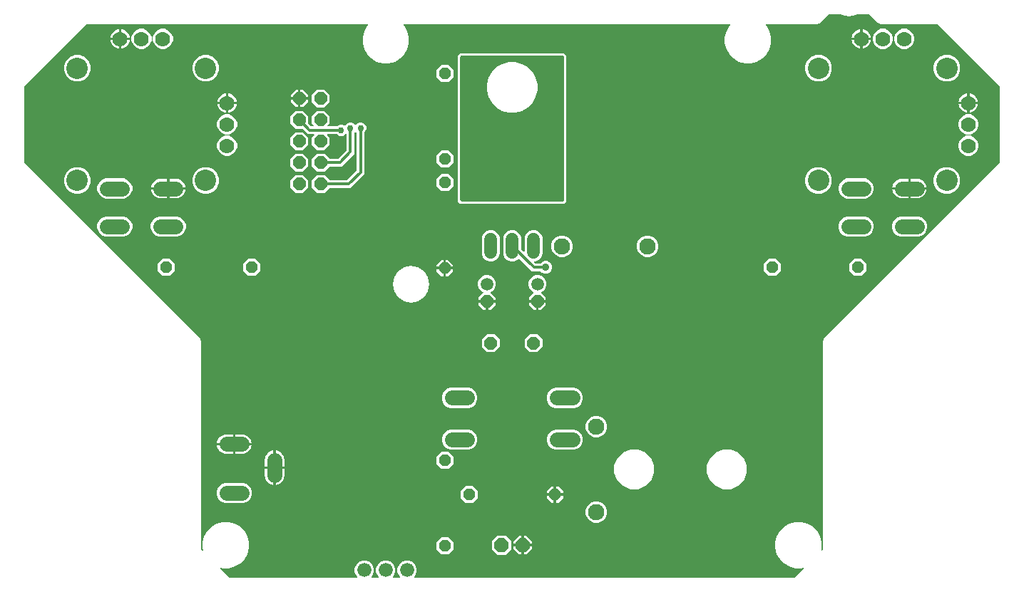
<source format=gbl>
G04 EAGLE Gerber RS-274X export*
G75*
%MOMM*%
%FSLAX34Y34*%
%LPD*%
%INBottom Copper*%
%IPPOS*%
%AMOC8*
5,1,8,0,0,1.08239X$1,22.5*%
G01*
%ADD10P,1.623585X8X22.500000*%
%ADD11C,1.524000*%
%ADD12P,1.632244X8X112.500000*%
%ADD13P,1.547818X8X202.500000*%
%ADD14P,1.547818X8X22.500000*%
%ADD15P,1.547818X8X112.500000*%
%ADD16C,1.676400*%
%ADD17P,1.814519X8X22.500000*%
%ADD18C,1.800000*%
%ADD19C,2.540000*%
%ADD20C,1.778000*%
%ADD21C,1.778000*%
%ADD22C,1.790700*%
%ADD23C,1.930400*%
%ADD24P,1.623585X8X292.500000*%
%ADD25C,1.500000*%
%ADD26C,0.762000*%
%ADD27C,0.304800*%
%ADD28C,0.914400*%

G36*
X405745Y-39066D02*
X405745Y-39066D01*
X405816Y-39064D01*
X405865Y-39046D01*
X405917Y-39038D01*
X405980Y-39004D01*
X406047Y-38979D01*
X406088Y-38947D01*
X406134Y-38922D01*
X406183Y-38870D01*
X406239Y-38826D01*
X406268Y-38782D01*
X406303Y-38744D01*
X406334Y-38679D01*
X406372Y-38619D01*
X406385Y-38568D01*
X406407Y-38521D01*
X406415Y-38450D01*
X406433Y-38380D01*
X406428Y-38328D01*
X406434Y-38277D01*
X406419Y-38206D01*
X406413Y-38135D01*
X406393Y-38087D01*
X406382Y-38036D01*
X406345Y-37975D01*
X406317Y-37909D01*
X406272Y-37853D01*
X406256Y-37825D01*
X406238Y-37810D01*
X406212Y-37778D01*
X404910Y-36475D01*
X403169Y-32274D01*
X403169Y-27726D01*
X404910Y-23525D01*
X408125Y-20310D01*
X412326Y-18569D01*
X416874Y-18569D01*
X421075Y-20310D01*
X424290Y-23525D01*
X426031Y-27726D01*
X426031Y-32274D01*
X424290Y-36475D01*
X422988Y-37778D01*
X422946Y-37836D01*
X422897Y-37888D01*
X422875Y-37935D01*
X422844Y-37977D01*
X422823Y-38046D01*
X422793Y-38111D01*
X422787Y-38163D01*
X422772Y-38213D01*
X422774Y-38284D01*
X422766Y-38355D01*
X422777Y-38406D01*
X422778Y-38458D01*
X422803Y-38526D01*
X422818Y-38596D01*
X422845Y-38641D01*
X422863Y-38689D01*
X422908Y-38745D01*
X422944Y-38807D01*
X422984Y-38841D01*
X423016Y-38881D01*
X423077Y-38920D01*
X423131Y-38967D01*
X423179Y-38986D01*
X423223Y-39014D01*
X423293Y-39032D01*
X423359Y-39059D01*
X423431Y-39067D01*
X423462Y-39075D01*
X423485Y-39073D01*
X423526Y-39077D01*
X431074Y-39077D01*
X431145Y-39066D01*
X431216Y-39064D01*
X431265Y-39046D01*
X431317Y-39038D01*
X431380Y-39004D01*
X431447Y-38979D01*
X431488Y-38947D01*
X431534Y-38922D01*
X431583Y-38870D01*
X431639Y-38826D01*
X431668Y-38782D01*
X431703Y-38744D01*
X431734Y-38679D01*
X431772Y-38619D01*
X431785Y-38568D01*
X431807Y-38521D01*
X431815Y-38450D01*
X431833Y-38380D01*
X431828Y-38328D01*
X431834Y-38277D01*
X431819Y-38206D01*
X431813Y-38135D01*
X431793Y-38087D01*
X431782Y-38036D01*
X431745Y-37975D01*
X431717Y-37909D01*
X431672Y-37853D01*
X431656Y-37825D01*
X431638Y-37810D01*
X431612Y-37778D01*
X430310Y-36475D01*
X428569Y-32274D01*
X428569Y-27726D01*
X430310Y-23525D01*
X433525Y-20310D01*
X437726Y-18569D01*
X442274Y-18569D01*
X446475Y-20310D01*
X449690Y-23525D01*
X451431Y-27726D01*
X451431Y-32274D01*
X449690Y-36475D01*
X448388Y-37778D01*
X448346Y-37836D01*
X448297Y-37888D01*
X448275Y-37935D01*
X448244Y-37977D01*
X448223Y-38046D01*
X448193Y-38111D01*
X448187Y-38163D01*
X448172Y-38213D01*
X448174Y-38284D01*
X448166Y-38355D01*
X448177Y-38406D01*
X448178Y-38458D01*
X448203Y-38526D01*
X448218Y-38596D01*
X448245Y-38641D01*
X448263Y-38689D01*
X448308Y-38745D01*
X448344Y-38807D01*
X448384Y-38841D01*
X448416Y-38881D01*
X448477Y-38920D01*
X448531Y-38967D01*
X448579Y-38986D01*
X448623Y-39014D01*
X448693Y-39032D01*
X448759Y-39059D01*
X448831Y-39067D01*
X448862Y-39075D01*
X448885Y-39073D01*
X448926Y-39077D01*
X456474Y-39077D01*
X456545Y-39066D01*
X456616Y-39064D01*
X456665Y-39046D01*
X456717Y-39038D01*
X456780Y-39004D01*
X456847Y-38979D01*
X456888Y-38947D01*
X456934Y-38922D01*
X456983Y-38870D01*
X457039Y-38826D01*
X457068Y-38782D01*
X457103Y-38744D01*
X457134Y-38679D01*
X457172Y-38619D01*
X457185Y-38568D01*
X457207Y-38521D01*
X457215Y-38450D01*
X457233Y-38380D01*
X457228Y-38328D01*
X457234Y-38277D01*
X457219Y-38206D01*
X457213Y-38135D01*
X457193Y-38087D01*
X457182Y-38036D01*
X457145Y-37975D01*
X457117Y-37909D01*
X457072Y-37853D01*
X457056Y-37825D01*
X457038Y-37810D01*
X457012Y-37778D01*
X455710Y-36475D01*
X453969Y-32274D01*
X453969Y-27726D01*
X455710Y-23525D01*
X458925Y-20310D01*
X463126Y-18569D01*
X467674Y-18569D01*
X471875Y-20310D01*
X475090Y-23525D01*
X476831Y-27726D01*
X476831Y-32274D01*
X475090Y-36475D01*
X473788Y-37778D01*
X473746Y-37836D01*
X473697Y-37888D01*
X473675Y-37935D01*
X473644Y-37977D01*
X473623Y-38046D01*
X473593Y-38111D01*
X473587Y-38163D01*
X473572Y-38213D01*
X473574Y-38284D01*
X473566Y-38355D01*
X473577Y-38406D01*
X473578Y-38458D01*
X473603Y-38526D01*
X473618Y-38596D01*
X473645Y-38641D01*
X473663Y-38689D01*
X473708Y-38745D01*
X473744Y-38807D01*
X473784Y-38841D01*
X473816Y-38881D01*
X473877Y-38920D01*
X473931Y-38967D01*
X473979Y-38986D01*
X474023Y-39014D01*
X474093Y-39032D01*
X474159Y-39059D01*
X474231Y-39067D01*
X474262Y-39075D01*
X474285Y-39073D01*
X474326Y-39077D01*
X925160Y-39077D01*
X925250Y-39063D01*
X925341Y-39055D01*
X925371Y-39043D01*
X925403Y-39038D01*
X925484Y-38995D01*
X925568Y-38959D01*
X925600Y-38933D01*
X925620Y-38922D01*
X925643Y-38899D01*
X925699Y-38854D01*
X936299Y-28254D01*
X936327Y-28215D01*
X936363Y-28182D01*
X936399Y-28115D01*
X936443Y-28054D01*
X936457Y-28008D01*
X936480Y-27966D01*
X936493Y-27891D01*
X936515Y-27819D01*
X936514Y-27771D01*
X936522Y-27724D01*
X936511Y-27649D01*
X936509Y-27573D01*
X936492Y-27528D01*
X936485Y-27480D01*
X936451Y-27413D01*
X936424Y-27342D01*
X936394Y-27304D01*
X936373Y-27262D01*
X936318Y-27209D01*
X936271Y-27150D01*
X936230Y-27124D01*
X936196Y-27090D01*
X936128Y-27058D01*
X936064Y-27017D01*
X936017Y-27005D01*
X935974Y-26984D01*
X935899Y-26975D01*
X935825Y-26957D01*
X935778Y-26960D01*
X935730Y-26955D01*
X935602Y-26974D01*
X935580Y-26976D01*
X935574Y-26978D01*
X935564Y-26980D01*
X933621Y-27501D01*
X926379Y-27501D01*
X919385Y-25627D01*
X913114Y-22006D01*
X907994Y-16886D01*
X904373Y-10615D01*
X902499Y-3621D01*
X902499Y3621D01*
X904373Y10615D01*
X907994Y16886D01*
X913114Y22006D01*
X919385Y25627D01*
X926379Y27501D01*
X933621Y27501D01*
X940615Y25627D01*
X946886Y22006D01*
X952006Y16886D01*
X955627Y10615D01*
X957501Y3621D01*
X957501Y-3621D01*
X956980Y-5564D01*
X956975Y-5612D01*
X956961Y-5658D01*
X956963Y-5733D01*
X956956Y-5809D01*
X956966Y-5856D01*
X956967Y-5904D01*
X956993Y-5975D01*
X957010Y-6049D01*
X957035Y-6090D01*
X957052Y-6135D01*
X957099Y-6194D01*
X957139Y-6258D01*
X957176Y-6289D01*
X957206Y-6327D01*
X957269Y-6368D01*
X957327Y-6416D01*
X957372Y-6434D01*
X957413Y-6460D01*
X957486Y-6478D01*
X957557Y-6506D01*
X957605Y-6508D01*
X957651Y-6520D01*
X957727Y-6514D01*
X957802Y-6517D01*
X957848Y-6504D01*
X957896Y-6501D01*
X957966Y-6471D01*
X958039Y-6450D01*
X958079Y-6423D01*
X958123Y-6404D01*
X958223Y-6324D01*
X958242Y-6311D01*
X958246Y-6306D01*
X958254Y-6299D01*
X958854Y-5699D01*
X958908Y-5624D01*
X958967Y-5555D01*
X958979Y-5525D01*
X958998Y-5499D01*
X959025Y-5412D01*
X959059Y-5327D01*
X959063Y-5286D01*
X959070Y-5264D01*
X959069Y-5232D01*
X959077Y-5160D01*
X959077Y242173D01*
X960740Y246187D01*
X1168854Y454301D01*
X1168907Y454375D01*
X1168967Y454445D01*
X1168979Y454475D01*
X1168998Y454501D01*
X1169025Y454588D01*
X1169059Y454673D01*
X1169063Y454714D01*
X1169070Y454736D01*
X1169069Y454768D01*
X1169077Y454840D01*
X1169077Y545160D01*
X1169063Y545250D01*
X1169055Y545341D01*
X1169043Y545371D01*
X1169038Y545403D01*
X1168995Y545484D01*
X1168959Y545568D01*
X1168933Y545600D01*
X1168922Y545620D01*
X1168899Y545643D01*
X1168854Y545699D01*
X1095699Y618854D01*
X1095625Y618907D01*
X1095555Y618967D01*
X1095525Y618979D01*
X1095499Y618998D01*
X1095412Y619025D01*
X1095327Y619059D01*
X1095286Y619063D01*
X1095264Y619070D01*
X1095232Y619069D01*
X1095160Y619077D01*
X1027827Y619077D01*
X1023813Y620740D01*
X1014015Y630538D01*
X1013941Y630591D01*
X1013871Y630651D01*
X1013841Y630663D01*
X1013815Y630682D01*
X1013728Y630709D01*
X1013643Y630743D01*
X1013602Y630747D01*
X1013580Y630754D01*
X1013548Y630753D01*
X1013476Y630761D01*
X1000113Y630761D01*
X1000097Y630759D01*
X1000080Y630761D01*
X999976Y630739D01*
X999871Y630722D01*
X999856Y630714D01*
X999839Y630710D01*
X999690Y630633D01*
X998384Y629760D01*
X990000Y628092D01*
X981616Y629760D01*
X980310Y630633D01*
X980294Y630640D01*
X980281Y630651D01*
X980182Y630691D01*
X980086Y630735D01*
X980069Y630737D01*
X980053Y630743D01*
X979887Y630761D01*
X966524Y630761D01*
X966434Y630747D01*
X966343Y630739D01*
X966313Y630727D01*
X966281Y630722D01*
X966200Y630679D01*
X966116Y630643D01*
X966084Y630617D01*
X966064Y630606D01*
X966041Y630583D01*
X965985Y630538D01*
X959367Y623920D01*
X956187Y620740D01*
X952173Y619077D01*
X891652Y619077D01*
X891582Y619066D01*
X891510Y619064D01*
X891461Y619046D01*
X891410Y619038D01*
X891346Y619004D01*
X891279Y618979D01*
X891238Y618947D01*
X891192Y618922D01*
X891143Y618870D01*
X891087Y618826D01*
X891059Y618782D01*
X891023Y618744D01*
X890993Y618679D01*
X890954Y618619D01*
X890941Y618568D01*
X890919Y618521D01*
X890911Y618450D01*
X890894Y618380D01*
X890898Y618328D01*
X890892Y618277D01*
X890907Y618206D01*
X890913Y618135D01*
X890933Y618087D01*
X890944Y618036D01*
X890981Y617975D01*
X891009Y617909D01*
X891054Y617853D01*
X891071Y617825D01*
X891088Y617810D01*
X891114Y617778D01*
X892006Y616886D01*
X895627Y610615D01*
X897501Y603621D01*
X897501Y596379D01*
X895627Y589385D01*
X892006Y583114D01*
X886886Y577994D01*
X880615Y574373D01*
X873621Y572499D01*
X866379Y572499D01*
X859385Y574373D01*
X853114Y577994D01*
X847994Y583114D01*
X844373Y589385D01*
X842499Y596379D01*
X842499Y603621D01*
X844373Y610615D01*
X847994Y616886D01*
X848886Y617778D01*
X848928Y617836D01*
X848977Y617888D01*
X848999Y617935D01*
X849029Y617977D01*
X849050Y618046D01*
X849081Y618111D01*
X849086Y618163D01*
X849102Y618213D01*
X849100Y618284D01*
X849108Y618355D01*
X849097Y618406D01*
X849095Y618458D01*
X849071Y618526D01*
X849056Y618596D01*
X849029Y618641D01*
X849011Y618689D01*
X848966Y618745D01*
X848929Y618807D01*
X848890Y618841D01*
X848857Y618881D01*
X848797Y618920D01*
X848742Y618967D01*
X848694Y618986D01*
X848650Y619014D01*
X848581Y619032D01*
X848514Y619059D01*
X848443Y619067D01*
X848412Y619075D01*
X848388Y619073D01*
X848348Y619077D01*
X461652Y619077D01*
X461582Y619066D01*
X461510Y619064D01*
X461461Y619046D01*
X461410Y619038D01*
X461346Y619004D01*
X461279Y618979D01*
X461238Y618947D01*
X461192Y618922D01*
X461143Y618870D01*
X461087Y618826D01*
X461059Y618782D01*
X461023Y618744D01*
X460993Y618679D01*
X460954Y618619D01*
X460941Y618568D01*
X460919Y618521D01*
X460911Y618450D01*
X460894Y618380D01*
X460898Y618328D01*
X460892Y618277D01*
X460907Y618206D01*
X460913Y618135D01*
X460933Y618087D01*
X460944Y618036D01*
X460981Y617975D01*
X461009Y617909D01*
X461054Y617853D01*
X461071Y617825D01*
X461088Y617810D01*
X461114Y617778D01*
X462006Y616886D01*
X465627Y610615D01*
X467501Y603621D01*
X467501Y596379D01*
X465627Y589385D01*
X462006Y583114D01*
X456886Y577994D01*
X450615Y574373D01*
X443621Y572499D01*
X436379Y572499D01*
X429385Y574373D01*
X423114Y577994D01*
X417994Y583114D01*
X414373Y589385D01*
X412499Y596379D01*
X412499Y603621D01*
X414373Y610615D01*
X417994Y616886D01*
X418886Y617778D01*
X418928Y617836D01*
X418977Y617888D01*
X418999Y617935D01*
X419029Y617977D01*
X419050Y618046D01*
X419081Y618111D01*
X419086Y618163D01*
X419102Y618213D01*
X419100Y618284D01*
X419108Y618355D01*
X419097Y618406D01*
X419095Y618458D01*
X419071Y618526D01*
X419056Y618596D01*
X419029Y618641D01*
X419011Y618689D01*
X418966Y618745D01*
X418929Y618807D01*
X418890Y618841D01*
X418857Y618881D01*
X418797Y618920D01*
X418742Y618967D01*
X418694Y618986D01*
X418650Y619014D01*
X418581Y619032D01*
X418514Y619059D01*
X418443Y619067D01*
X418412Y619075D01*
X418388Y619073D01*
X418348Y619077D01*
X84840Y619077D01*
X84750Y619063D01*
X84659Y619055D01*
X84629Y619043D01*
X84597Y619038D01*
X84516Y618995D01*
X84432Y618959D01*
X84400Y618933D01*
X84380Y618922D01*
X84357Y618899D01*
X84301Y618854D01*
X11146Y545699D01*
X11093Y545625D01*
X11033Y545555D01*
X11021Y545525D01*
X11002Y545499D01*
X10975Y545412D01*
X10941Y545327D01*
X10937Y545286D01*
X10930Y545264D01*
X10931Y545232D01*
X10923Y545160D01*
X10923Y454840D01*
X10937Y454750D01*
X10945Y454659D01*
X10957Y454629D01*
X10962Y454597D01*
X11005Y454516D01*
X11041Y454432D01*
X11067Y454400D01*
X11078Y454380D01*
X11101Y454357D01*
X11146Y454301D01*
X219260Y246187D01*
X220923Y242173D01*
X220923Y-5160D01*
X220937Y-5250D01*
X220945Y-5341D01*
X220957Y-5371D01*
X220962Y-5403D01*
X221005Y-5484D01*
X221041Y-5568D01*
X221067Y-5600D01*
X221078Y-5620D01*
X221101Y-5643D01*
X221146Y-5699D01*
X221746Y-6299D01*
X221785Y-6327D01*
X221818Y-6363D01*
X221885Y-6399D01*
X221946Y-6443D01*
X221992Y-6457D01*
X222034Y-6480D01*
X222109Y-6493D01*
X222181Y-6515D01*
X222229Y-6514D01*
X222276Y-6522D01*
X222351Y-6511D01*
X222427Y-6509D01*
X222472Y-6492D01*
X222520Y-6485D01*
X222587Y-6451D01*
X222658Y-6424D01*
X222696Y-6395D01*
X222738Y-6373D01*
X222791Y-6318D01*
X222850Y-6271D01*
X222876Y-6230D01*
X222910Y-6196D01*
X222942Y-6128D01*
X222983Y-6064D01*
X222995Y-6017D01*
X223016Y-5974D01*
X223025Y-5899D01*
X223043Y-5825D01*
X223040Y-5778D01*
X223045Y-5730D01*
X223026Y-5603D01*
X223024Y-5580D01*
X223022Y-5574D01*
X223020Y-5564D01*
X222499Y-3621D01*
X222499Y3621D01*
X224373Y10615D01*
X227994Y16886D01*
X233114Y22006D01*
X239385Y25627D01*
X246379Y27501D01*
X253621Y27501D01*
X260615Y25627D01*
X266886Y22006D01*
X272006Y16886D01*
X275627Y10615D01*
X277501Y3621D01*
X277501Y-3621D01*
X275627Y-10615D01*
X272006Y-16886D01*
X266886Y-22006D01*
X260615Y-25627D01*
X253621Y-27501D01*
X246379Y-27501D01*
X244436Y-26980D01*
X244388Y-26975D01*
X244342Y-26961D01*
X244267Y-26963D01*
X244191Y-26956D01*
X244144Y-26966D01*
X244096Y-26967D01*
X244025Y-26993D01*
X243951Y-27010D01*
X243910Y-27035D01*
X243865Y-27052D01*
X243806Y-27099D01*
X243742Y-27139D01*
X243711Y-27176D01*
X243673Y-27206D01*
X243632Y-27269D01*
X243584Y-27327D01*
X243566Y-27372D01*
X243540Y-27413D01*
X243522Y-27486D01*
X243494Y-27557D01*
X243492Y-27605D01*
X243480Y-27651D01*
X243486Y-27727D01*
X243483Y-27802D01*
X243496Y-27848D01*
X243499Y-27896D01*
X243529Y-27966D01*
X243550Y-28039D01*
X243577Y-28079D01*
X243596Y-28123D01*
X243676Y-28223D01*
X243689Y-28242D01*
X243694Y-28246D01*
X243701Y-28254D01*
X254301Y-38854D01*
X254375Y-38907D01*
X254445Y-38967D01*
X254475Y-38979D01*
X254501Y-38998D01*
X254588Y-39025D01*
X254673Y-39059D01*
X254714Y-39063D01*
X254736Y-39070D01*
X254768Y-39069D01*
X254840Y-39077D01*
X405674Y-39077D01*
X405745Y-39066D01*
G37*
%LPC*%
G36*
X528106Y405427D02*
X528106Y405427D01*
X525427Y408106D01*
X525427Y581894D01*
X528106Y584573D01*
X651894Y584573D01*
X654573Y581894D01*
X654573Y408106D01*
X651894Y405427D01*
X528106Y405427D01*
G37*
%LPD*%
G36*
X650026Y408480D02*
X650026Y408480D01*
X650052Y408478D01*
X650199Y408500D01*
X650346Y408517D01*
X650371Y408525D01*
X650397Y408529D01*
X650535Y408584D01*
X650674Y408634D01*
X650696Y408648D01*
X650721Y408658D01*
X650842Y408743D01*
X650967Y408823D01*
X650985Y408842D01*
X651007Y408857D01*
X651106Y408967D01*
X651209Y409074D01*
X651223Y409096D01*
X651240Y409116D01*
X651312Y409246D01*
X651388Y409373D01*
X651396Y409398D01*
X651409Y409421D01*
X651449Y409564D01*
X651494Y409705D01*
X651496Y409731D01*
X651504Y409756D01*
X651523Y410000D01*
X651523Y580000D01*
X651520Y580026D01*
X651522Y580052D01*
X651500Y580199D01*
X651483Y580346D01*
X651475Y580371D01*
X651471Y580397D01*
X651416Y580535D01*
X651366Y580674D01*
X651352Y580696D01*
X651342Y580721D01*
X651257Y580842D01*
X651177Y580967D01*
X651158Y580985D01*
X651143Y581007D01*
X651033Y581106D01*
X650926Y581209D01*
X650904Y581223D01*
X650884Y581240D01*
X650754Y581312D01*
X650627Y581388D01*
X650602Y581396D01*
X650579Y581409D01*
X650436Y581449D01*
X650295Y581494D01*
X650269Y581496D01*
X650244Y581504D01*
X650000Y581523D01*
X530000Y581523D01*
X529974Y581520D01*
X529948Y581522D01*
X529801Y581500D01*
X529654Y581483D01*
X529629Y581475D01*
X529603Y581471D01*
X529465Y581416D01*
X529326Y581366D01*
X529304Y581352D01*
X529279Y581342D01*
X529158Y581257D01*
X529033Y581177D01*
X529015Y581158D01*
X528993Y581143D01*
X528894Y581033D01*
X528791Y580926D01*
X528777Y580904D01*
X528760Y580884D01*
X528688Y580754D01*
X528612Y580627D01*
X528604Y580602D01*
X528591Y580579D01*
X528551Y580436D01*
X528506Y580295D01*
X528504Y580269D01*
X528496Y580244D01*
X528477Y580000D01*
X528477Y410000D01*
X528480Y409974D01*
X528478Y409948D01*
X528500Y409801D01*
X528517Y409654D01*
X528525Y409629D01*
X528529Y409603D01*
X528584Y409465D01*
X528634Y409326D01*
X528648Y409304D01*
X528658Y409279D01*
X528743Y409158D01*
X528823Y409033D01*
X528842Y409015D01*
X528857Y408993D01*
X528967Y408894D01*
X529074Y408791D01*
X529096Y408777D01*
X529116Y408760D01*
X529246Y408688D01*
X529373Y408612D01*
X529398Y408604D01*
X529421Y408591D01*
X529564Y408551D01*
X529705Y408506D01*
X529731Y408504D01*
X529756Y408496D01*
X530000Y408477D01*
X650000Y408477D01*
X650026Y408480D01*
G37*
%LPC*%
G36*
X358314Y418611D02*
X358314Y418611D01*
X352111Y424814D01*
X352111Y433586D01*
X358314Y439789D01*
X367086Y439789D01*
X372879Y433996D01*
X372953Y433943D01*
X373022Y433883D01*
X373053Y433871D01*
X373079Y433852D01*
X373166Y433825D01*
X373251Y433791D01*
X373292Y433787D01*
X373314Y433780D01*
X373346Y433781D01*
X373417Y433773D01*
X393991Y433773D01*
X394081Y433787D01*
X394172Y433795D01*
X394201Y433807D01*
X394233Y433812D01*
X394314Y433855D01*
X394398Y433891D01*
X394430Y433917D01*
X394451Y433928D01*
X394473Y433951D01*
X394529Y433996D01*
X405204Y444671D01*
X405257Y444745D01*
X405317Y444815D01*
X405329Y444845D01*
X405348Y444871D01*
X405375Y444958D01*
X405409Y445043D01*
X405413Y445084D01*
X405420Y445106D01*
X405419Y445138D01*
X405427Y445209D01*
X405427Y490132D01*
X405413Y490222D01*
X405405Y490313D01*
X405393Y490342D01*
X405388Y490374D01*
X405345Y490455D01*
X405309Y490539D01*
X405283Y490571D01*
X405272Y490592D01*
X405249Y490614D01*
X405204Y490670D01*
X404538Y491336D01*
X404522Y491348D01*
X404510Y491363D01*
X404422Y491419D01*
X404339Y491480D01*
X404320Y491485D01*
X404303Y491496D01*
X404202Y491521D01*
X404103Y491552D01*
X404084Y491551D01*
X404064Y491556D01*
X403961Y491548D01*
X403858Y491546D01*
X403839Y491539D01*
X403819Y491537D01*
X403724Y491497D01*
X403627Y491461D01*
X403611Y491449D01*
X403593Y491441D01*
X403462Y491336D01*
X402796Y490670D01*
X402742Y490596D01*
X402683Y490527D01*
X402671Y490496D01*
X402652Y490470D01*
X402625Y490383D01*
X402591Y490298D01*
X402587Y490257D01*
X402580Y490235D01*
X402581Y490203D01*
X402573Y490132D01*
X402573Y465106D01*
X387494Y450027D01*
X373417Y450027D01*
X373327Y450013D01*
X373236Y450005D01*
X373207Y449993D01*
X373175Y449988D01*
X373094Y449945D01*
X373010Y449909D01*
X372978Y449883D01*
X372957Y449872D01*
X372935Y449849D01*
X372879Y449804D01*
X367086Y444011D01*
X358314Y444011D01*
X352111Y450214D01*
X352111Y458986D01*
X358314Y465189D01*
X367086Y465189D01*
X372879Y459396D01*
X372953Y459343D01*
X373022Y459283D01*
X373053Y459271D01*
X373079Y459252D01*
X373166Y459225D01*
X373251Y459191D01*
X373292Y459187D01*
X373314Y459180D01*
X373346Y459181D01*
X373417Y459173D01*
X383391Y459173D01*
X383481Y459187D01*
X383572Y459195D01*
X383601Y459207D01*
X383633Y459212D01*
X383714Y459255D01*
X383798Y459291D01*
X383830Y459317D01*
X383851Y459328D01*
X383873Y459351D01*
X383929Y459396D01*
X393204Y468671D01*
X393257Y468745D01*
X393317Y468815D01*
X393329Y468845D01*
X393348Y468871D01*
X393375Y468958D01*
X393409Y469043D01*
X393413Y469084D01*
X393420Y469106D01*
X393419Y469138D01*
X393427Y469209D01*
X393427Y487890D01*
X393416Y487960D01*
X393414Y488032D01*
X393396Y488081D01*
X393388Y488132D01*
X393354Y488196D01*
X393329Y488263D01*
X393297Y488304D01*
X393272Y488350D01*
X393220Y488399D01*
X393176Y488455D01*
X393132Y488483D01*
X393094Y488519D01*
X393029Y488549D01*
X392969Y488588D01*
X392918Y488601D01*
X392871Y488623D01*
X392800Y488631D01*
X392730Y488648D01*
X392678Y488644D01*
X392627Y488650D01*
X392556Y488635D01*
X392485Y488629D01*
X392437Y488609D01*
X392386Y488598D01*
X392325Y488561D01*
X392259Y488533D01*
X392203Y488488D01*
X392175Y488472D01*
X392160Y488454D01*
X392128Y488428D01*
X390860Y487160D01*
X388339Y486116D01*
X385611Y486116D01*
X383090Y487160D01*
X382071Y488179D01*
X381997Y488232D01*
X381928Y488292D01*
X381897Y488304D01*
X381871Y488323D01*
X381784Y488350D01*
X381699Y488384D01*
X381658Y488388D01*
X381636Y488395D01*
X381604Y488394D01*
X381533Y488402D01*
X371110Y488402D01*
X371040Y488391D01*
X370968Y488389D01*
X370919Y488371D01*
X370867Y488363D01*
X370804Y488329D01*
X370737Y488304D01*
X370696Y488272D01*
X370650Y488247D01*
X370601Y488195D01*
X370545Y488151D01*
X370517Y488107D01*
X370481Y488069D01*
X370451Y488004D01*
X370412Y487944D01*
X370399Y487893D01*
X370377Y487846D01*
X370369Y487775D01*
X370352Y487705D01*
X370356Y487653D01*
X370350Y487602D01*
X370365Y487531D01*
X370371Y487460D01*
X370391Y487412D01*
X370402Y487361D01*
X370439Y487300D01*
X370467Y487234D01*
X370512Y487178D01*
X370528Y487150D01*
X370546Y487135D01*
X370572Y487103D01*
X373289Y484386D01*
X373289Y475614D01*
X367086Y469411D01*
X358314Y469411D01*
X352111Y475614D01*
X352111Y484386D01*
X354828Y487103D01*
X354870Y487161D01*
X354919Y487213D01*
X354941Y487260D01*
X354972Y487302D01*
X354993Y487371D01*
X355023Y487436D01*
X355029Y487488D01*
X355044Y487538D01*
X355042Y487609D01*
X355050Y487680D01*
X355039Y487731D01*
X355038Y487783D01*
X355013Y487851D01*
X354998Y487921D01*
X354971Y487966D01*
X354953Y488014D01*
X354908Y488070D01*
X354872Y488132D01*
X354832Y488166D01*
X354799Y488206D01*
X354739Y488245D01*
X354685Y488292D01*
X354636Y488311D01*
X354593Y488339D01*
X354523Y488357D01*
X354456Y488384D01*
X354385Y488392D01*
X354354Y488400D01*
X354331Y488398D01*
X354290Y488402D01*
X347831Y488402D01*
X341645Y494588D01*
X341571Y494641D01*
X341501Y494701D01*
X341471Y494713D01*
X341445Y494732D01*
X341358Y494759D01*
X341273Y494793D01*
X341232Y494797D01*
X341210Y494804D01*
X341178Y494803D01*
X341107Y494811D01*
X332914Y494811D01*
X326711Y501014D01*
X326711Y509786D01*
X332914Y515989D01*
X341686Y515989D01*
X347889Y509786D01*
X347889Y501593D01*
X347903Y501503D01*
X347911Y501412D01*
X347923Y501383D01*
X347928Y501351D01*
X347971Y501270D01*
X348007Y501186D01*
X348033Y501154D01*
X348044Y501133D01*
X348067Y501111D01*
X348112Y501055D01*
X351396Y497771D01*
X351470Y497718D01*
X351540Y497658D01*
X351570Y497646D01*
X351596Y497627D01*
X351683Y497600D01*
X351768Y497566D01*
X351809Y497562D01*
X351831Y497555D01*
X351863Y497556D01*
X351934Y497548D01*
X353740Y497548D01*
X353810Y497559D01*
X353882Y497561D01*
X353931Y497579D01*
X353983Y497587D01*
X354046Y497621D01*
X354113Y497646D01*
X354154Y497678D01*
X354200Y497703D01*
X354249Y497755D01*
X354305Y497799D01*
X354333Y497843D01*
X354369Y497881D01*
X354399Y497946D01*
X354438Y498006D01*
X354451Y498057D01*
X354473Y498104D01*
X354481Y498175D01*
X354498Y498245D01*
X354494Y498297D01*
X354500Y498348D01*
X354485Y498419D01*
X354479Y498490D01*
X354459Y498538D01*
X354448Y498589D01*
X354411Y498650D01*
X354383Y498716D01*
X354338Y498772D01*
X354322Y498800D01*
X354304Y498815D01*
X354278Y498847D01*
X352111Y501014D01*
X352111Y509786D01*
X358314Y515989D01*
X367086Y515989D01*
X373289Y509786D01*
X373289Y501014D01*
X371122Y498847D01*
X371080Y498789D01*
X371031Y498737D01*
X371009Y498690D01*
X370978Y498648D01*
X370957Y498579D01*
X370927Y498514D01*
X370921Y498462D01*
X370906Y498412D01*
X370908Y498341D01*
X370900Y498270D01*
X370911Y498219D01*
X370912Y498167D01*
X370937Y498099D01*
X370952Y498029D01*
X370979Y497984D01*
X370997Y497936D01*
X371042Y497880D01*
X371078Y497818D01*
X371118Y497784D01*
X371151Y497744D01*
X371211Y497705D01*
X371265Y497658D01*
X371314Y497639D01*
X371357Y497611D01*
X371427Y497593D01*
X371494Y497566D01*
X371565Y497558D01*
X371596Y497550D01*
X371619Y497552D01*
X371660Y497548D01*
X381533Y497548D01*
X381623Y497562D01*
X381714Y497570D01*
X381743Y497582D01*
X381775Y497587D01*
X381856Y497630D01*
X381940Y497666D01*
X381972Y497692D01*
X381993Y497703D01*
X382015Y497726D01*
X382071Y497771D01*
X383090Y498790D01*
X385611Y499834D01*
X388339Y499834D01*
X390905Y498771D01*
X390932Y498756D01*
X390995Y498711D01*
X391039Y498697D01*
X391079Y498675D01*
X391156Y498661D01*
X391230Y498638D01*
X391276Y498639D01*
X391321Y498631D01*
X391399Y498643D01*
X391476Y498645D01*
X391519Y498660D01*
X391565Y498667D01*
X391634Y498702D01*
X391707Y498729D01*
X391743Y498758D01*
X391784Y498779D01*
X391839Y498834D01*
X391899Y498883D01*
X391924Y498921D01*
X391956Y498954D01*
X392022Y499074D01*
X392032Y499090D01*
X392034Y499095D01*
X392037Y499101D01*
X392185Y499459D01*
X394115Y501389D01*
X396636Y502433D01*
X399364Y502433D01*
X401885Y501389D01*
X403462Y499812D01*
X403478Y499800D01*
X403490Y499785D01*
X403578Y499729D01*
X403661Y499668D01*
X403680Y499663D01*
X403697Y499652D01*
X403798Y499627D01*
X403897Y499596D01*
X403916Y499597D01*
X403936Y499592D01*
X404039Y499600D01*
X404142Y499602D01*
X404161Y499609D01*
X404181Y499611D01*
X404276Y499651D01*
X404373Y499687D01*
X404389Y499699D01*
X404407Y499707D01*
X404538Y499812D01*
X406115Y501389D01*
X408636Y502433D01*
X411364Y502433D01*
X413885Y501389D01*
X415815Y499459D01*
X416859Y496938D01*
X416859Y494210D01*
X415815Y491689D01*
X414796Y490670D01*
X414743Y490596D01*
X414683Y490527D01*
X414671Y490496D01*
X414652Y490470D01*
X414625Y490383D01*
X414591Y490298D01*
X414587Y490257D01*
X414580Y490235D01*
X414581Y490203D01*
X414573Y490132D01*
X414573Y441106D01*
X398094Y424627D01*
X373417Y424627D01*
X373327Y424613D01*
X373236Y424605D01*
X373207Y424593D01*
X373175Y424588D01*
X373094Y424545D01*
X373010Y424509D01*
X372978Y424483D01*
X372957Y424472D01*
X372935Y424449D01*
X372879Y424404D01*
X367086Y418611D01*
X358314Y418611D01*
G37*
%LPD*%
%LPC*%
G36*
X586050Y513999D02*
X586050Y513999D01*
X578420Y516044D01*
X571579Y519993D01*
X565993Y525579D01*
X562044Y532420D01*
X559999Y540050D01*
X559999Y547950D01*
X562044Y555580D01*
X565993Y562421D01*
X571579Y568007D01*
X578420Y571956D01*
X586050Y574001D01*
X593950Y574001D01*
X601580Y571956D01*
X608421Y568007D01*
X614007Y562421D01*
X617956Y555580D01*
X620001Y547950D01*
X620001Y540050D01*
X617956Y532420D01*
X614007Y525579D01*
X608421Y519993D01*
X601580Y516044D01*
X593950Y513999D01*
X586050Y513999D01*
G37*
%LPD*%
%LPC*%
G36*
X628484Y322379D02*
X628484Y322379D01*
X625683Y323539D01*
X624018Y325204D01*
X623944Y325257D01*
X623875Y325317D01*
X623845Y325329D01*
X623819Y325348D01*
X623732Y325375D01*
X623647Y325409D01*
X623606Y325413D01*
X623584Y325420D01*
X623551Y325419D01*
X623480Y325427D01*
X613806Y325427D01*
X598659Y340574D01*
X598643Y340586D01*
X598630Y340602D01*
X598562Y340645D01*
X598526Y340676D01*
X598506Y340684D01*
X598459Y340718D01*
X598440Y340724D01*
X598423Y340735D01*
X598323Y340760D01*
X598304Y340766D01*
X598298Y340768D01*
X598295Y340768D01*
X598224Y340790D01*
X598204Y340790D01*
X598185Y340795D01*
X598082Y340787D01*
X597978Y340784D01*
X597959Y340777D01*
X597940Y340775D01*
X597875Y340748D01*
X597867Y340747D01*
X597846Y340736D01*
X597845Y340735D01*
X597747Y340699D01*
X597731Y340687D01*
X597713Y340679D01*
X597662Y340638D01*
X597650Y340632D01*
X597636Y340617D01*
X597582Y340574D01*
X596043Y339035D01*
X592122Y337411D01*
X587878Y337411D01*
X583957Y339035D01*
X580955Y342037D01*
X579331Y345958D01*
X579331Y365442D01*
X580955Y369363D01*
X583957Y372365D01*
X587878Y373989D01*
X592122Y373989D01*
X596043Y372365D01*
X599045Y369363D01*
X600669Y365442D01*
X600669Y351813D01*
X600683Y351723D01*
X600691Y351632D01*
X600703Y351603D01*
X600708Y351571D01*
X600751Y351490D01*
X600787Y351406D01*
X600813Y351374D01*
X600824Y351353D01*
X600847Y351331D01*
X600892Y351275D01*
X603432Y348735D01*
X603490Y348693D01*
X603542Y348644D01*
X603589Y348622D01*
X603631Y348592D01*
X603700Y348570D01*
X603765Y348540D01*
X603817Y348534D01*
X603867Y348519D01*
X603938Y348521D01*
X604009Y348513D01*
X604060Y348524D01*
X604112Y348526D01*
X604180Y348550D01*
X604250Y348565D01*
X604294Y348592D01*
X604343Y348610D01*
X604399Y348655D01*
X604461Y348692D01*
X604495Y348731D01*
X604535Y348764D01*
X604574Y348824D01*
X604621Y348878D01*
X604640Y348927D01*
X604668Y348971D01*
X604686Y349040D01*
X604713Y349107D01*
X604721Y349178D01*
X604729Y349209D01*
X604727Y349232D01*
X604731Y349273D01*
X604731Y365442D01*
X606355Y369363D01*
X609357Y372365D01*
X613278Y373989D01*
X617522Y373989D01*
X621443Y372365D01*
X624445Y369363D01*
X626069Y365442D01*
X626069Y345958D01*
X624445Y342037D01*
X621443Y339035D01*
X617522Y337411D01*
X616593Y337411D01*
X616523Y337400D01*
X616451Y337398D01*
X616402Y337380D01*
X616351Y337372D01*
X616287Y337338D01*
X616220Y337313D01*
X616179Y337281D01*
X616133Y337256D01*
X616084Y337204D01*
X616028Y337160D01*
X616000Y337116D01*
X615964Y337078D01*
X615934Y337013D01*
X615895Y336953D01*
X615882Y336902D01*
X615860Y336855D01*
X615852Y336784D01*
X615835Y336714D01*
X615839Y336662D01*
X615833Y336611D01*
X615848Y336540D01*
X615854Y336469D01*
X615874Y336421D01*
X615885Y336370D01*
X615922Y336309D01*
X615950Y336243D01*
X615995Y336187D01*
X616012Y336159D01*
X616029Y336144D01*
X616055Y336112D01*
X617371Y334796D01*
X617445Y334743D01*
X617515Y334683D01*
X617545Y334671D01*
X617571Y334652D01*
X617658Y334625D01*
X617743Y334591D01*
X617784Y334587D01*
X617806Y334580D01*
X617838Y334581D01*
X617909Y334573D01*
X623480Y334573D01*
X623570Y334587D01*
X623661Y334595D01*
X623691Y334607D01*
X623723Y334612D01*
X623804Y334655D01*
X623887Y334691D01*
X623920Y334717D01*
X623940Y334728D01*
X623962Y334751D01*
X624018Y334796D01*
X625683Y336461D01*
X628484Y337621D01*
X631516Y337621D01*
X634317Y336461D01*
X636461Y334317D01*
X637621Y331516D01*
X637621Y328484D01*
X636461Y325683D01*
X634317Y323539D01*
X631516Y322379D01*
X628484Y322379D01*
G37*
%LPD*%
%LPC*%
G36*
X840294Y66339D02*
X840294Y66339D01*
X831597Y69941D01*
X824941Y76597D01*
X821339Y85294D01*
X821339Y94706D01*
X824941Y103403D01*
X831597Y110059D01*
X840294Y113661D01*
X849706Y113661D01*
X858403Y110059D01*
X865059Y103403D01*
X868661Y94706D01*
X868661Y85294D01*
X865059Y76597D01*
X858403Y69941D01*
X849706Y66339D01*
X840294Y66339D01*
G37*
%LPD*%
%LPC*%
G36*
X730294Y66339D02*
X730294Y66339D01*
X721597Y69941D01*
X714941Y76597D01*
X711339Y85294D01*
X711339Y94706D01*
X714941Y103403D01*
X721597Y110059D01*
X730294Y113661D01*
X739706Y113661D01*
X748403Y110059D01*
X755059Y103403D01*
X758661Y94706D01*
X758661Y85294D01*
X755059Y76597D01*
X748403Y69941D01*
X739706Y66339D01*
X730294Y66339D01*
G37*
%LPD*%
%LPC*%
G36*
X461616Y289760D02*
X461616Y289760D01*
X454509Y294509D01*
X449760Y301616D01*
X448092Y310000D01*
X449760Y318384D01*
X454509Y325491D01*
X461616Y330240D01*
X470000Y331908D01*
X478384Y330240D01*
X485491Y325491D01*
X490240Y318384D01*
X491908Y310000D01*
X490240Y301616D01*
X485491Y294509D01*
X478384Y289760D01*
X470000Y288092D01*
X461616Y289760D01*
G37*
%LPD*%
%LPC*%
G36*
X248603Y49951D02*
X248603Y49951D01*
X244175Y51786D01*
X240786Y55175D01*
X238951Y59603D01*
X238951Y64397D01*
X240786Y68825D01*
X244175Y72214D01*
X248603Y74049D01*
X271397Y74049D01*
X275825Y72214D01*
X279214Y68825D01*
X281049Y64397D01*
X281049Y59603D01*
X279214Y55175D01*
X275825Y51786D01*
X271397Y49951D01*
X248603Y49951D01*
G37*
%LPD*%
%LPC*%
G36*
X516175Y113106D02*
X516175Y113106D01*
X511764Y114933D01*
X508388Y118309D01*
X506560Y122721D01*
X506560Y127495D01*
X508388Y131907D01*
X511764Y135283D01*
X516175Y137110D01*
X538857Y137110D01*
X543268Y135283D01*
X546644Y131907D01*
X548472Y127495D01*
X548472Y122721D01*
X546644Y118309D01*
X543268Y114933D01*
X538857Y113106D01*
X516175Y113106D01*
G37*
%LPD*%
%LPC*%
G36*
X641143Y162890D02*
X641143Y162890D01*
X636732Y164717D01*
X633356Y168093D01*
X631528Y172505D01*
X631528Y177279D01*
X633356Y181691D01*
X636732Y185067D01*
X641143Y186894D01*
X663825Y186894D01*
X668236Y185067D01*
X671612Y181691D01*
X673440Y177279D01*
X673440Y172505D01*
X671612Y168093D01*
X668236Y164717D01*
X663825Y162890D01*
X641143Y162890D01*
G37*
%LPD*%
%LPC*%
G36*
X641143Y113106D02*
X641143Y113106D01*
X636732Y114933D01*
X633356Y118309D01*
X631528Y122721D01*
X631528Y127495D01*
X633356Y131907D01*
X636732Y135283D01*
X641143Y137110D01*
X663825Y137110D01*
X668236Y135283D01*
X671612Y131907D01*
X673440Y127495D01*
X673440Y122721D01*
X671612Y118309D01*
X668236Y114933D01*
X663825Y113106D01*
X641143Y113106D01*
G37*
%LPD*%
%LPC*%
G36*
X516175Y162890D02*
X516175Y162890D01*
X511764Y164717D01*
X508388Y168093D01*
X506560Y172505D01*
X506560Y177279D01*
X508388Y181691D01*
X511764Y185067D01*
X516175Y186894D01*
X538857Y186894D01*
X543268Y185067D01*
X546644Y181691D01*
X548472Y177279D01*
X548472Y172505D01*
X546644Y168093D01*
X543268Y164717D01*
X538857Y162890D01*
X516175Y162890D01*
G37*
%LPD*%
%LPC*%
G36*
X106985Y411861D02*
X106985Y411861D01*
X102597Y413679D01*
X99239Y417037D01*
X97421Y421425D01*
X97421Y426175D01*
X99239Y430563D01*
X102597Y433921D01*
X106985Y435739D01*
X129515Y435739D01*
X133903Y433921D01*
X137261Y430563D01*
X139079Y426175D01*
X139079Y421425D01*
X137261Y417037D01*
X133903Y413679D01*
X129515Y411861D01*
X106985Y411861D01*
G37*
%LPD*%
%LPC*%
G36*
X986985Y411861D02*
X986985Y411861D01*
X982597Y413679D01*
X979239Y417037D01*
X977421Y421425D01*
X977421Y426175D01*
X979239Y430563D01*
X982597Y433921D01*
X986985Y435739D01*
X1009515Y435739D01*
X1013903Y433921D01*
X1017261Y430563D01*
X1019079Y426175D01*
X1019079Y421425D01*
X1017261Y417037D01*
X1013903Y413679D01*
X1009515Y411861D01*
X986985Y411861D01*
G37*
%LPD*%
%LPC*%
G36*
X106985Y366861D02*
X106985Y366861D01*
X102597Y368679D01*
X99239Y372037D01*
X97421Y376425D01*
X97421Y381175D01*
X99239Y385563D01*
X102597Y388921D01*
X106985Y390739D01*
X129515Y390739D01*
X133903Y388921D01*
X137261Y385563D01*
X139079Y381175D01*
X139079Y376425D01*
X137261Y372037D01*
X133903Y368679D01*
X129515Y366861D01*
X106985Y366861D01*
G37*
%LPD*%
%LPC*%
G36*
X1050485Y366861D02*
X1050485Y366861D01*
X1046097Y368679D01*
X1042739Y372037D01*
X1040921Y376425D01*
X1040921Y381175D01*
X1042739Y385563D01*
X1046097Y388921D01*
X1050485Y390739D01*
X1073015Y390739D01*
X1077403Y388921D01*
X1080761Y385563D01*
X1082579Y381175D01*
X1082579Y376425D01*
X1080761Y372037D01*
X1077403Y368679D01*
X1073015Y366861D01*
X1050485Y366861D01*
G37*
%LPD*%
%LPC*%
G36*
X170485Y366861D02*
X170485Y366861D01*
X166097Y368679D01*
X162739Y372037D01*
X160921Y376425D01*
X160921Y381175D01*
X162739Y385563D01*
X166097Y388921D01*
X170485Y390739D01*
X193015Y390739D01*
X197403Y388921D01*
X200761Y385563D01*
X202579Y381175D01*
X202579Y376425D01*
X200761Y372037D01*
X197403Y368679D01*
X193015Y366861D01*
X170485Y366861D01*
G37*
%LPD*%
%LPC*%
G36*
X986985Y366861D02*
X986985Y366861D01*
X982597Y368679D01*
X979239Y372037D01*
X977421Y376425D01*
X977421Y381175D01*
X979239Y385563D01*
X982597Y388921D01*
X986985Y390739D01*
X1009515Y390739D01*
X1013903Y388921D01*
X1017261Y385563D01*
X1019079Y381175D01*
X1019079Y376425D01*
X1017261Y372037D01*
X1013903Y368679D01*
X1009515Y366861D01*
X986985Y366861D01*
G37*
%LPD*%
%LPC*%
G36*
X223067Y417576D02*
X223067Y417576D01*
X217279Y419974D01*
X212849Y424404D01*
X210451Y430192D01*
X210451Y436458D01*
X212849Y442246D01*
X217279Y446676D01*
X223067Y449074D01*
X229333Y449074D01*
X235121Y446676D01*
X239551Y442246D01*
X241949Y436458D01*
X241949Y430192D01*
X239551Y424404D01*
X235121Y419974D01*
X229333Y417576D01*
X223067Y417576D01*
G37*
%LPD*%
%LPC*%
G36*
X1103067Y550926D02*
X1103067Y550926D01*
X1097279Y553324D01*
X1092849Y557754D01*
X1090451Y563542D01*
X1090451Y569808D01*
X1092849Y575596D01*
X1097279Y580026D01*
X1103067Y582424D01*
X1109333Y582424D01*
X1115121Y580026D01*
X1119551Y575596D01*
X1121949Y569808D01*
X1121949Y563542D01*
X1119551Y557754D01*
X1115121Y553324D01*
X1109333Y550926D01*
X1103067Y550926D01*
G37*
%LPD*%
%LPC*%
G36*
X950667Y550926D02*
X950667Y550926D01*
X944879Y553324D01*
X940449Y557754D01*
X938051Y563542D01*
X938051Y569808D01*
X940449Y575596D01*
X944879Y580026D01*
X950667Y582424D01*
X956933Y582424D01*
X962721Y580026D01*
X967151Y575596D01*
X969549Y569808D01*
X969549Y563542D01*
X967151Y557754D01*
X962721Y553324D01*
X956933Y550926D01*
X950667Y550926D01*
G37*
%LPD*%
%LPC*%
G36*
X223067Y550926D02*
X223067Y550926D01*
X217279Y553324D01*
X212849Y557754D01*
X210451Y563542D01*
X210451Y569808D01*
X212849Y575596D01*
X217279Y580026D01*
X223067Y582424D01*
X229333Y582424D01*
X235121Y580026D01*
X239551Y575596D01*
X241949Y569808D01*
X241949Y563542D01*
X239551Y557754D01*
X235121Y553324D01*
X229333Y550926D01*
X223067Y550926D01*
G37*
%LPD*%
%LPC*%
G36*
X70667Y550926D02*
X70667Y550926D01*
X64879Y553324D01*
X60449Y557754D01*
X58051Y563542D01*
X58051Y569808D01*
X60449Y575596D01*
X64879Y580026D01*
X70667Y582424D01*
X76933Y582424D01*
X82721Y580026D01*
X87151Y575596D01*
X89549Y569808D01*
X89549Y563542D01*
X87151Y557754D01*
X82721Y553324D01*
X76933Y550926D01*
X70667Y550926D01*
G37*
%LPD*%
%LPC*%
G36*
X1103067Y417576D02*
X1103067Y417576D01*
X1097279Y419974D01*
X1092849Y424404D01*
X1090451Y430192D01*
X1090451Y436458D01*
X1092849Y442246D01*
X1097279Y446676D01*
X1103067Y449074D01*
X1109333Y449074D01*
X1115121Y446676D01*
X1119551Y442246D01*
X1121949Y436458D01*
X1121949Y430192D01*
X1119551Y424404D01*
X1115121Y419974D01*
X1109333Y417576D01*
X1103067Y417576D01*
G37*
%LPD*%
%LPC*%
G36*
X950667Y417576D02*
X950667Y417576D01*
X944879Y419974D01*
X940449Y424404D01*
X938051Y430192D01*
X938051Y436458D01*
X940449Y442246D01*
X944879Y446676D01*
X950667Y449074D01*
X956933Y449074D01*
X962721Y446676D01*
X967151Y442246D01*
X969549Y436458D01*
X969549Y430192D01*
X967151Y424404D01*
X962721Y419974D01*
X956933Y417576D01*
X950667Y417576D01*
G37*
%LPD*%
%LPC*%
G36*
X70667Y417576D02*
X70667Y417576D01*
X64879Y419974D01*
X60449Y424404D01*
X58051Y430192D01*
X58051Y436458D01*
X60449Y442246D01*
X64879Y446676D01*
X70667Y449074D01*
X76933Y449074D01*
X82721Y446676D01*
X87151Y442246D01*
X89549Y436458D01*
X89549Y430192D01*
X87151Y424404D01*
X82721Y419974D01*
X76933Y417576D01*
X70667Y417576D01*
G37*
%LPD*%
%LPC*%
G36*
X562478Y337411D02*
X562478Y337411D01*
X558557Y339035D01*
X555555Y342037D01*
X553931Y345958D01*
X553931Y365442D01*
X555555Y369363D01*
X558557Y372365D01*
X562478Y373989D01*
X566722Y373989D01*
X570643Y372365D01*
X573645Y369363D01*
X575269Y365442D01*
X575269Y345958D01*
X573645Y342037D01*
X570643Y339035D01*
X566722Y337411D01*
X562478Y337411D01*
G37*
%LPD*%
%LPC*%
G36*
X646674Y342299D02*
X646674Y342299D01*
X642006Y344233D01*
X638433Y347806D01*
X636499Y352474D01*
X636499Y357526D01*
X638433Y362194D01*
X642006Y365767D01*
X646674Y367701D01*
X651726Y367701D01*
X656394Y365767D01*
X659967Y362194D01*
X661901Y357526D01*
X661901Y352474D01*
X659967Y347806D01*
X656394Y344233D01*
X651726Y342299D01*
X646674Y342299D01*
G37*
%LPD*%
%LPC*%
G36*
X687474Y128099D02*
X687474Y128099D01*
X682806Y130033D01*
X679233Y133606D01*
X677299Y138274D01*
X677299Y143326D01*
X679233Y147994D01*
X682806Y151567D01*
X687474Y153501D01*
X692526Y153501D01*
X697194Y151567D01*
X700767Y147994D01*
X702701Y143326D01*
X702701Y138274D01*
X700767Y133606D01*
X697194Y130033D01*
X692526Y128099D01*
X687474Y128099D01*
G37*
%LPD*%
%LPC*%
G36*
X748274Y342299D02*
X748274Y342299D01*
X743606Y344233D01*
X740033Y347806D01*
X738099Y352474D01*
X738099Y357526D01*
X740033Y362194D01*
X743606Y365767D01*
X748274Y367701D01*
X753326Y367701D01*
X757994Y365767D01*
X761567Y362194D01*
X763501Y357526D01*
X763501Y352474D01*
X761567Y347806D01*
X757994Y344233D01*
X753326Y342299D01*
X748274Y342299D01*
G37*
%LPD*%
%LPC*%
G36*
X687474Y26499D02*
X687474Y26499D01*
X682806Y28433D01*
X679233Y32006D01*
X677299Y36674D01*
X677299Y41726D01*
X679233Y46394D01*
X682806Y49967D01*
X687474Y51901D01*
X692526Y51901D01*
X697194Y49967D01*
X700767Y46394D01*
X702701Y41726D01*
X702701Y36674D01*
X700767Y32006D01*
X697194Y28433D01*
X692526Y26499D01*
X687474Y26499D01*
G37*
%LPD*%
%LPC*%
G36*
X619999Y289839D02*
X619999Y289839D01*
X619999Y290602D01*
X619996Y290622D01*
X619998Y290641D01*
X619976Y290743D01*
X619959Y290845D01*
X619950Y290862D01*
X619946Y290882D01*
X619893Y290971D01*
X619844Y291062D01*
X619830Y291076D01*
X619820Y291093D01*
X619741Y291160D01*
X619666Y291231D01*
X619648Y291240D01*
X619633Y291253D01*
X619537Y291292D01*
X619443Y291335D01*
X619423Y291337D01*
X619405Y291345D01*
X619238Y291363D01*
X609959Y291363D01*
X609959Y293999D01*
X615448Y299488D01*
X615475Y299525D01*
X615509Y299557D01*
X615547Y299625D01*
X615592Y299688D01*
X615605Y299732D01*
X615628Y299772D01*
X615641Y299849D01*
X615664Y299923D01*
X615663Y299969D01*
X615671Y300014D01*
X615660Y300091D01*
X615658Y300169D01*
X615642Y300212D01*
X615636Y300257D01*
X615600Y300327D01*
X615574Y300400D01*
X615545Y300436D01*
X615524Y300477D01*
X615468Y300531D01*
X615420Y300592D01*
X615381Y300617D01*
X615348Y300649D01*
X615229Y300715D01*
X615213Y300725D01*
X615208Y300726D01*
X615201Y300730D01*
X614025Y301217D01*
X611057Y304185D01*
X609451Y308062D01*
X609451Y312258D01*
X611057Y316135D01*
X614025Y319103D01*
X617902Y320709D01*
X622098Y320709D01*
X625975Y319103D01*
X628943Y316135D01*
X630549Y312258D01*
X630549Y308062D01*
X628943Y304185D01*
X625975Y301217D01*
X624799Y300730D01*
X624759Y300706D01*
X624716Y300690D01*
X624656Y300641D01*
X624589Y300600D01*
X624560Y300565D01*
X624524Y300536D01*
X624482Y300471D01*
X624433Y300411D01*
X624416Y300368D01*
X624391Y300329D01*
X624372Y300254D01*
X624344Y300181D01*
X624343Y300135D01*
X624331Y300091D01*
X624337Y300013D01*
X624334Y299935D01*
X624347Y299891D01*
X624350Y299845D01*
X624381Y299774D01*
X624403Y299699D01*
X624429Y299661D01*
X624447Y299619D01*
X624532Y299512D01*
X624543Y299497D01*
X624547Y299494D01*
X624552Y299488D01*
X630041Y293999D01*
X630041Y291363D01*
X620762Y291363D01*
X620742Y291360D01*
X620723Y291362D01*
X620621Y291340D01*
X620519Y291323D01*
X620502Y291314D01*
X620482Y291310D01*
X620393Y291257D01*
X620302Y291208D01*
X620288Y291194D01*
X620271Y291184D01*
X620204Y291105D01*
X620133Y291030D01*
X620124Y291012D01*
X620111Y290997D01*
X620073Y290901D01*
X620029Y290807D01*
X620027Y290787D01*
X620019Y290769D01*
X620001Y290602D01*
X620001Y289839D01*
X619999Y289839D01*
G37*
%LPD*%
%LPC*%
G36*
X559999Y289839D02*
X559999Y289839D01*
X559999Y290602D01*
X559996Y290622D01*
X559998Y290641D01*
X559976Y290743D01*
X559959Y290845D01*
X559950Y290862D01*
X559946Y290882D01*
X559893Y290971D01*
X559844Y291062D01*
X559830Y291076D01*
X559820Y291093D01*
X559741Y291160D01*
X559666Y291231D01*
X559648Y291240D01*
X559633Y291253D01*
X559537Y291292D01*
X559443Y291335D01*
X559423Y291337D01*
X559405Y291345D01*
X559238Y291363D01*
X549959Y291363D01*
X549959Y293999D01*
X555448Y299488D01*
X555475Y299525D01*
X555509Y299557D01*
X555547Y299625D01*
X555592Y299688D01*
X555605Y299732D01*
X555628Y299772D01*
X555641Y299849D01*
X555664Y299923D01*
X555663Y299969D01*
X555671Y300014D01*
X555660Y300091D01*
X555658Y300169D01*
X555642Y300212D01*
X555636Y300257D01*
X555600Y300327D01*
X555574Y300400D01*
X555545Y300436D01*
X555524Y300477D01*
X555468Y300531D01*
X555420Y300592D01*
X555381Y300617D01*
X555348Y300649D01*
X555229Y300715D01*
X555213Y300725D01*
X555208Y300726D01*
X555201Y300730D01*
X554025Y301217D01*
X551057Y304185D01*
X549451Y308062D01*
X549451Y312258D01*
X551057Y316135D01*
X554025Y319103D01*
X557902Y320709D01*
X562098Y320709D01*
X565975Y319103D01*
X568943Y316135D01*
X570549Y312258D01*
X570549Y308062D01*
X568943Y304185D01*
X565975Y301217D01*
X564799Y300730D01*
X564759Y300706D01*
X564716Y300690D01*
X564656Y300641D01*
X564589Y300600D01*
X564560Y300565D01*
X564524Y300536D01*
X564482Y300471D01*
X564433Y300411D01*
X564416Y300368D01*
X564391Y300329D01*
X564372Y300254D01*
X564344Y300181D01*
X564343Y300135D01*
X564331Y300091D01*
X564337Y300013D01*
X564334Y299935D01*
X564347Y299891D01*
X564350Y299845D01*
X564381Y299774D01*
X564403Y299699D01*
X564429Y299661D01*
X564447Y299619D01*
X564532Y299512D01*
X564543Y299497D01*
X564547Y299494D01*
X564552Y299488D01*
X570041Y293999D01*
X570041Y291363D01*
X560762Y291363D01*
X560742Y291360D01*
X560723Y291362D01*
X560621Y291340D01*
X560519Y291323D01*
X560502Y291314D01*
X560482Y291310D01*
X560393Y291257D01*
X560302Y291208D01*
X560288Y291194D01*
X560271Y291184D01*
X560204Y291105D01*
X560133Y291030D01*
X560124Y291012D01*
X560111Y290997D01*
X560073Y290901D01*
X560029Y290807D01*
X560027Y290787D01*
X560019Y290769D01*
X560001Y290602D01*
X560001Y289839D01*
X559999Y289839D01*
G37*
%LPD*%
%LPC*%
G36*
X1053025Y589661D02*
X1053025Y589661D01*
X1048637Y591479D01*
X1045279Y594837D01*
X1043461Y599225D01*
X1043461Y603975D01*
X1045279Y608363D01*
X1048637Y611721D01*
X1053025Y613539D01*
X1057775Y613539D01*
X1062163Y611721D01*
X1065521Y608363D01*
X1067339Y603975D01*
X1067339Y599225D01*
X1065521Y594837D01*
X1062163Y591479D01*
X1057775Y589661D01*
X1053025Y589661D01*
G37*
%LPD*%
%LPC*%
G36*
X173025Y589661D02*
X173025Y589661D01*
X168637Y591479D01*
X165279Y594837D01*
X163461Y599225D01*
X163461Y603975D01*
X165279Y608363D01*
X168637Y611721D01*
X173025Y613539D01*
X177775Y613539D01*
X182163Y611721D01*
X185521Y608363D01*
X187339Y603975D01*
X187339Y599225D01*
X185521Y594837D01*
X182163Y591479D01*
X177775Y589661D01*
X173025Y589661D01*
G37*
%LPD*%
%LPC*%
G36*
X249225Y488061D02*
X249225Y488061D01*
X244837Y489879D01*
X241479Y493237D01*
X239661Y497625D01*
X239661Y502375D01*
X241479Y506763D01*
X244837Y510121D01*
X249225Y511939D01*
X253975Y511939D01*
X258363Y510121D01*
X261721Y506763D01*
X263539Y502375D01*
X263539Y497625D01*
X261721Y493237D01*
X258363Y489879D01*
X253975Y488061D01*
X249225Y488061D01*
G37*
%LPD*%
%LPC*%
G36*
X1027625Y589661D02*
X1027625Y589661D01*
X1023237Y591479D01*
X1019879Y594837D01*
X1018061Y599225D01*
X1018061Y603975D01*
X1019879Y608363D01*
X1023237Y611721D01*
X1027625Y613539D01*
X1032375Y613539D01*
X1036763Y611721D01*
X1040121Y608363D01*
X1041939Y603975D01*
X1041939Y599225D01*
X1040121Y594837D01*
X1036763Y591479D01*
X1032375Y589661D01*
X1027625Y589661D01*
G37*
%LPD*%
%LPC*%
G36*
X147625Y589661D02*
X147625Y589661D01*
X143237Y591479D01*
X139879Y594837D01*
X138061Y599225D01*
X138061Y603975D01*
X139879Y608363D01*
X143237Y611721D01*
X147625Y613539D01*
X152375Y613539D01*
X156763Y611721D01*
X160121Y608363D01*
X161939Y603975D01*
X161939Y599225D01*
X160121Y594837D01*
X156763Y591479D01*
X152375Y589661D01*
X147625Y589661D01*
G37*
%LPD*%
%LPC*%
G36*
X249225Y462661D02*
X249225Y462661D01*
X244837Y464479D01*
X241479Y467837D01*
X239661Y472225D01*
X239661Y476975D01*
X241479Y481363D01*
X244837Y484721D01*
X249225Y486539D01*
X253975Y486539D01*
X258363Y484721D01*
X261721Y481363D01*
X263539Y476975D01*
X263539Y472225D01*
X261721Y467837D01*
X258363Y464479D01*
X253975Y462661D01*
X249225Y462661D01*
G37*
%LPD*%
%LPC*%
G36*
X1129225Y488061D02*
X1129225Y488061D01*
X1124837Y489879D01*
X1121479Y493237D01*
X1119661Y497625D01*
X1119661Y502375D01*
X1121479Y506763D01*
X1124837Y510121D01*
X1129225Y511939D01*
X1133975Y511939D01*
X1138363Y510121D01*
X1141721Y506763D01*
X1143539Y502375D01*
X1143539Y497625D01*
X1141721Y493237D01*
X1138363Y489879D01*
X1133975Y488061D01*
X1129225Y488061D01*
G37*
%LPD*%
%LPC*%
G36*
X1129225Y462661D02*
X1129225Y462661D01*
X1124837Y464479D01*
X1121479Y467837D01*
X1119661Y472225D01*
X1119661Y476975D01*
X1121479Y481363D01*
X1124837Y484721D01*
X1129225Y486539D01*
X1133975Y486539D01*
X1138363Y484721D01*
X1141721Y481363D01*
X1143539Y476975D01*
X1143539Y472225D01*
X1141721Y467837D01*
X1138363Y464479D01*
X1133975Y462661D01*
X1129225Y462661D01*
G37*
%LPD*%
%LPC*%
G36*
X572565Y-11431D02*
X572565Y-11431D01*
X565869Y-4735D01*
X565869Y4735D01*
X572565Y11431D01*
X582035Y11431D01*
X588731Y4735D01*
X588731Y-4735D01*
X582035Y-11431D01*
X572565Y-11431D01*
G37*
%LPD*%
%LPC*%
G36*
X332914Y469411D02*
X332914Y469411D01*
X326711Y475614D01*
X326711Y484386D01*
X332914Y490589D01*
X341686Y490589D01*
X347889Y484386D01*
X347889Y475614D01*
X341686Y469411D01*
X332914Y469411D01*
G37*
%LPD*%
%LPC*%
G36*
X332914Y418611D02*
X332914Y418611D01*
X326711Y424814D01*
X326711Y433586D01*
X332914Y439789D01*
X341686Y439789D01*
X347889Y433586D01*
X347889Y424814D01*
X341686Y418611D01*
X332914Y418611D01*
G37*
%LPD*%
%LPC*%
G36*
X332914Y444011D02*
X332914Y444011D01*
X326711Y450214D01*
X326711Y458986D01*
X332914Y465189D01*
X341686Y465189D01*
X347889Y458986D01*
X347889Y450214D01*
X341686Y444011D01*
X332914Y444011D01*
G37*
%LPD*%
%LPC*%
G36*
X358314Y520211D02*
X358314Y520211D01*
X352111Y526414D01*
X352111Y535186D01*
X358314Y541389D01*
X367086Y541389D01*
X373289Y535186D01*
X373289Y526414D01*
X367086Y520211D01*
X358314Y520211D01*
G37*
%LPD*%
%LPC*%
G36*
X560231Y229451D02*
X560231Y229451D01*
X554051Y235631D01*
X554051Y244369D01*
X560231Y250549D01*
X568969Y250549D01*
X575149Y244369D01*
X575149Y235631D01*
X568969Y229451D01*
X560231Y229451D01*
G37*
%LPD*%
%LPC*%
G36*
X611031Y229451D02*
X611031Y229451D01*
X604851Y235631D01*
X604851Y244369D01*
X611031Y250549D01*
X619769Y250549D01*
X625949Y244369D01*
X625949Y235631D01*
X619769Y229451D01*
X611031Y229451D01*
G37*
%LPD*%
%LPC*%
G36*
X505776Y420601D02*
X505776Y420601D01*
X499801Y426576D01*
X499801Y435024D01*
X505776Y440999D01*
X514224Y440999D01*
X520199Y435024D01*
X520199Y426576D01*
X514224Y420601D01*
X505776Y420601D01*
G37*
%LPD*%
%LPC*%
G36*
X174976Y319801D02*
X174976Y319801D01*
X169001Y325776D01*
X169001Y334224D01*
X174976Y340199D01*
X183424Y340199D01*
X189399Y334224D01*
X189399Y325776D01*
X183424Y319801D01*
X174976Y319801D01*
G37*
%LPD*%
%LPC*%
G36*
X505776Y90601D02*
X505776Y90601D01*
X499801Y96576D01*
X499801Y105024D01*
X505776Y110999D01*
X514224Y110999D01*
X520199Y105024D01*
X520199Y96576D01*
X514224Y90601D01*
X505776Y90601D01*
G37*
%LPD*%
%LPC*%
G36*
X996576Y319801D02*
X996576Y319801D01*
X990601Y325776D01*
X990601Y334224D01*
X996576Y340199D01*
X1005024Y340199D01*
X1010999Y334224D01*
X1010999Y325776D01*
X1005024Y319801D01*
X996576Y319801D01*
G37*
%LPD*%
%LPC*%
G36*
X534976Y49801D02*
X534976Y49801D01*
X529001Y55776D01*
X529001Y64224D01*
X534976Y70199D01*
X543424Y70199D01*
X549399Y64224D01*
X549399Y55776D01*
X543424Y49801D01*
X534976Y49801D01*
G37*
%LPD*%
%LPC*%
G36*
X505776Y550601D02*
X505776Y550601D01*
X499801Y556576D01*
X499801Y565024D01*
X505776Y570999D01*
X514224Y570999D01*
X520199Y565024D01*
X520199Y556576D01*
X514224Y550601D01*
X505776Y550601D01*
G37*
%LPD*%
%LPC*%
G36*
X276576Y319801D02*
X276576Y319801D01*
X270601Y325776D01*
X270601Y334224D01*
X276576Y340199D01*
X285024Y340199D01*
X290999Y334224D01*
X290999Y325776D01*
X285024Y319801D01*
X276576Y319801D01*
G37*
%LPD*%
%LPC*%
G36*
X505776Y449001D02*
X505776Y449001D01*
X499801Y454976D01*
X499801Y463424D01*
X505776Y469399D01*
X514224Y469399D01*
X520199Y463424D01*
X520199Y454976D01*
X514224Y449001D01*
X505776Y449001D01*
G37*
%LPD*%
%LPC*%
G36*
X894976Y319801D02*
X894976Y319801D01*
X889001Y325776D01*
X889001Y334224D01*
X894976Y340199D01*
X903424Y340199D01*
X909399Y334224D01*
X909399Y325776D01*
X903424Y319801D01*
X894976Y319801D01*
G37*
%LPD*%
%LPC*%
G36*
X505776Y-10999D02*
X505776Y-10999D01*
X499801Y-5024D01*
X499801Y3424D01*
X505776Y9399D01*
X514224Y9399D01*
X520199Y3424D01*
X520199Y-5024D01*
X514224Y-10999D01*
X505776Y-10999D01*
G37*
%LPD*%
%LPC*%
G36*
X309523Y93523D02*
X309523Y93523D01*
X309523Y112443D01*
X310702Y112257D01*
X312430Y111695D01*
X314049Y110871D01*
X315518Y109803D01*
X316803Y108518D01*
X317871Y107049D01*
X318695Y105430D01*
X319257Y103702D01*
X319541Y101908D01*
X319541Y93523D01*
X309523Y93523D01*
G37*
%LPD*%
%LPC*%
G36*
X261523Y121523D02*
X261523Y121523D01*
X261523Y131541D01*
X269908Y131541D01*
X271702Y131257D01*
X273430Y130695D01*
X275049Y129871D01*
X276518Y128803D01*
X277803Y127518D01*
X278871Y126049D01*
X279695Y124430D01*
X280257Y122702D01*
X280443Y121523D01*
X261523Y121523D01*
G37*
%LPD*%
%LPC*%
G36*
X309523Y90477D02*
X309523Y90477D01*
X319541Y90477D01*
X319541Y82092D01*
X319257Y80298D01*
X318695Y78570D01*
X317871Y76951D01*
X316803Y75482D01*
X315518Y74197D01*
X314049Y73129D01*
X312430Y72305D01*
X310702Y71743D01*
X309523Y71557D01*
X309523Y90477D01*
G37*
%LPD*%
%LPC*%
G36*
X239557Y121523D02*
X239557Y121523D01*
X239743Y122702D01*
X240305Y124430D01*
X241129Y126049D01*
X242197Y127518D01*
X243482Y128803D01*
X244951Y129871D01*
X246570Y130695D01*
X248298Y131257D01*
X250092Y131541D01*
X258477Y131541D01*
X258477Y121523D01*
X239557Y121523D01*
G37*
%LPD*%
%LPC*%
G36*
X296459Y93523D02*
X296459Y93523D01*
X296459Y101908D01*
X296743Y103702D01*
X297305Y105430D01*
X298129Y107049D01*
X299197Y108518D01*
X300482Y109803D01*
X301951Y110871D01*
X303570Y111695D01*
X305298Y112257D01*
X306477Y112443D01*
X306477Y93523D01*
X296459Y93523D01*
G37*
%LPD*%
%LPC*%
G36*
X261523Y108459D02*
X261523Y108459D01*
X261523Y118477D01*
X280443Y118477D01*
X280257Y117298D01*
X279695Y115570D01*
X278871Y113951D01*
X277803Y112482D01*
X276518Y111197D01*
X275049Y110129D01*
X273430Y109305D01*
X271702Y108743D01*
X269908Y108459D01*
X261523Y108459D01*
G37*
%LPD*%
%LPC*%
G36*
X305298Y71743D02*
X305298Y71743D01*
X303570Y72305D01*
X301951Y73129D01*
X300482Y74197D01*
X299197Y75482D01*
X298129Y76951D01*
X297305Y78570D01*
X296743Y80298D01*
X296459Y82092D01*
X296459Y90477D01*
X306477Y90477D01*
X306477Y71557D01*
X305298Y71743D01*
G37*
%LPD*%
%LPC*%
G36*
X250092Y108459D02*
X250092Y108459D01*
X248298Y108743D01*
X246570Y109305D01*
X244951Y110129D01*
X243482Y111197D01*
X242197Y112482D01*
X241129Y113951D01*
X240305Y115570D01*
X239743Y117298D01*
X239557Y118477D01*
X258477Y118477D01*
X258477Y108459D01*
X250092Y108459D01*
G37*
%LPD*%
%LPC*%
G36*
X1063273Y425323D02*
X1063273Y425323D01*
X1063273Y435231D01*
X1071540Y435231D01*
X1073317Y434949D01*
X1075028Y434393D01*
X1076631Y433576D01*
X1078087Y432519D01*
X1079359Y431247D01*
X1080416Y429791D01*
X1081233Y428188D01*
X1081789Y426477D01*
X1081972Y425323D01*
X1063273Y425323D01*
G37*
%LPD*%
%LPC*%
G36*
X183273Y425323D02*
X183273Y425323D01*
X183273Y435231D01*
X191540Y435231D01*
X193317Y434949D01*
X195028Y434393D01*
X196631Y433576D01*
X198087Y432519D01*
X199359Y431247D01*
X200416Y429791D01*
X201233Y428188D01*
X201789Y426477D01*
X201972Y425323D01*
X183273Y425323D01*
G37*
%LPD*%
%LPC*%
G36*
X1041528Y425323D02*
X1041528Y425323D01*
X1041711Y426477D01*
X1042267Y428188D01*
X1043084Y429791D01*
X1044141Y431247D01*
X1045413Y432519D01*
X1046869Y433576D01*
X1048472Y434393D01*
X1050183Y434949D01*
X1051960Y435231D01*
X1060227Y435231D01*
X1060227Y425323D01*
X1041528Y425323D01*
G37*
%LPD*%
%LPC*%
G36*
X161528Y425323D02*
X161528Y425323D01*
X161711Y426477D01*
X162267Y428188D01*
X163084Y429791D01*
X164141Y431247D01*
X165413Y432519D01*
X166869Y433576D01*
X168472Y434393D01*
X170183Y434949D01*
X171960Y435231D01*
X180227Y435231D01*
X180227Y425323D01*
X161528Y425323D01*
G37*
%LPD*%
%LPC*%
G36*
X183273Y412369D02*
X183273Y412369D01*
X183273Y422277D01*
X201972Y422277D01*
X201789Y421123D01*
X201233Y419412D01*
X200416Y417809D01*
X199359Y416353D01*
X198087Y415081D01*
X196631Y414024D01*
X195028Y413207D01*
X193317Y412651D01*
X191540Y412369D01*
X183273Y412369D01*
G37*
%LPD*%
%LPC*%
G36*
X1063273Y412369D02*
X1063273Y412369D01*
X1063273Y422277D01*
X1081972Y422277D01*
X1081789Y421123D01*
X1081233Y419412D01*
X1080416Y417809D01*
X1079359Y416353D01*
X1078087Y415081D01*
X1076631Y414024D01*
X1075028Y413207D01*
X1073317Y412651D01*
X1071540Y412369D01*
X1063273Y412369D01*
G37*
%LPD*%
%LPC*%
G36*
X1051960Y412369D02*
X1051960Y412369D01*
X1050183Y412651D01*
X1048472Y413207D01*
X1046869Y414024D01*
X1045413Y415081D01*
X1044141Y416353D01*
X1043084Y417809D01*
X1042267Y419412D01*
X1041711Y421123D01*
X1041528Y422277D01*
X1060227Y422277D01*
X1060227Y412369D01*
X1051960Y412369D01*
G37*
%LPD*%
%LPC*%
G36*
X171960Y412369D02*
X171960Y412369D01*
X170183Y412651D01*
X168472Y413207D01*
X166869Y414024D01*
X165413Y415081D01*
X164141Y416353D01*
X163084Y417809D01*
X162267Y419412D01*
X161711Y421123D01*
X161528Y422277D01*
X180227Y422277D01*
X180227Y412369D01*
X171960Y412369D01*
G37*
%LPD*%
%LPC*%
G36*
X253123Y526923D02*
X253123Y526923D01*
X253123Y536732D01*
X254277Y536549D01*
X255988Y535993D01*
X257591Y535176D01*
X259047Y534119D01*
X260319Y532847D01*
X261376Y531391D01*
X262193Y529788D01*
X262749Y528077D01*
X262932Y526923D01*
X253123Y526923D01*
G37*
%LPD*%
%LPC*%
G36*
X126123Y603123D02*
X126123Y603123D01*
X126123Y612932D01*
X127277Y612749D01*
X128988Y612193D01*
X130591Y611376D01*
X132047Y610319D01*
X133319Y609047D01*
X134376Y607591D01*
X135193Y605988D01*
X135749Y604277D01*
X135932Y603123D01*
X126123Y603123D01*
G37*
%LPD*%
%LPC*%
G36*
X1133123Y526923D02*
X1133123Y526923D01*
X1133123Y536732D01*
X1134277Y536549D01*
X1135988Y535993D01*
X1137591Y535176D01*
X1139047Y534119D01*
X1140319Y532847D01*
X1141376Y531391D01*
X1142193Y529788D01*
X1142749Y528077D01*
X1142932Y526923D01*
X1133123Y526923D01*
G37*
%LPD*%
%LPC*%
G36*
X1006123Y603123D02*
X1006123Y603123D01*
X1006123Y612932D01*
X1007277Y612749D01*
X1008988Y612193D01*
X1010591Y611376D01*
X1012047Y610319D01*
X1013319Y609047D01*
X1014376Y607591D01*
X1015193Y605988D01*
X1015749Y604277D01*
X1015932Y603123D01*
X1006123Y603123D01*
G37*
%LPD*%
%LPC*%
G36*
X113268Y603123D02*
X113268Y603123D01*
X113451Y604277D01*
X114007Y605988D01*
X114824Y607591D01*
X115881Y609047D01*
X117153Y610319D01*
X118609Y611376D01*
X120212Y612193D01*
X121923Y612749D01*
X123077Y612932D01*
X123077Y603123D01*
X113268Y603123D01*
G37*
%LPD*%
%LPC*%
G36*
X993268Y603123D02*
X993268Y603123D01*
X993451Y604277D01*
X994007Y605988D01*
X994824Y607591D01*
X995881Y609047D01*
X997153Y610319D01*
X998609Y611376D01*
X1000212Y612193D01*
X1001923Y612749D01*
X1003077Y612932D01*
X1003077Y603123D01*
X993268Y603123D01*
G37*
%LPD*%
%LPC*%
G36*
X240268Y526923D02*
X240268Y526923D01*
X240451Y528077D01*
X241007Y529788D01*
X241824Y531391D01*
X242881Y532847D01*
X244153Y534119D01*
X245609Y535176D01*
X247212Y535993D01*
X248923Y536549D01*
X250077Y536732D01*
X250077Y526923D01*
X240268Y526923D01*
G37*
%LPD*%
%LPC*%
G36*
X1133123Y523877D02*
X1133123Y523877D01*
X1142932Y523877D01*
X1142749Y522723D01*
X1142193Y521012D01*
X1141376Y519409D01*
X1140319Y517953D01*
X1139047Y516681D01*
X1137591Y515624D01*
X1135988Y514807D01*
X1134277Y514251D01*
X1133123Y514068D01*
X1133123Y523877D01*
G37*
%LPD*%
%LPC*%
G36*
X253123Y523877D02*
X253123Y523877D01*
X262932Y523877D01*
X262749Y522723D01*
X262193Y521012D01*
X261376Y519409D01*
X260319Y517953D01*
X259047Y516681D01*
X257591Y515624D01*
X255988Y514807D01*
X254277Y514251D01*
X253123Y514068D01*
X253123Y523877D01*
G37*
%LPD*%
%LPC*%
G36*
X126123Y600077D02*
X126123Y600077D01*
X135932Y600077D01*
X135749Y598923D01*
X135193Y597212D01*
X134376Y595609D01*
X133319Y594153D01*
X132047Y592881D01*
X130591Y591824D01*
X128988Y591007D01*
X127277Y590451D01*
X126123Y590268D01*
X126123Y600077D01*
G37*
%LPD*%
%LPC*%
G36*
X1006123Y600077D02*
X1006123Y600077D01*
X1015932Y600077D01*
X1015749Y598923D01*
X1015193Y597212D01*
X1014376Y595609D01*
X1013319Y594153D01*
X1012047Y592881D01*
X1010591Y591824D01*
X1008988Y591007D01*
X1007277Y590451D01*
X1006123Y590268D01*
X1006123Y600077D01*
G37*
%LPD*%
%LPC*%
G36*
X1120268Y526923D02*
X1120268Y526923D01*
X1120451Y528077D01*
X1121007Y529788D01*
X1121824Y531391D01*
X1122881Y532847D01*
X1124153Y534119D01*
X1125609Y535176D01*
X1127212Y535993D01*
X1128923Y536549D01*
X1130077Y536732D01*
X1130077Y526923D01*
X1120268Y526923D01*
G37*
%LPD*%
%LPC*%
G36*
X1001923Y590451D02*
X1001923Y590451D01*
X1000212Y591007D01*
X998609Y591824D01*
X997153Y592881D01*
X995881Y594153D01*
X994824Y595609D01*
X994007Y597212D01*
X993451Y598923D01*
X993268Y600077D01*
X1003077Y600077D01*
X1003077Y590268D01*
X1001923Y590451D01*
G37*
%LPD*%
%LPC*%
G36*
X1128923Y514251D02*
X1128923Y514251D01*
X1127212Y514807D01*
X1125609Y515624D01*
X1124153Y516681D01*
X1122881Y517953D01*
X1121824Y519409D01*
X1121007Y521012D01*
X1120451Y522723D01*
X1120268Y523877D01*
X1130077Y523877D01*
X1130077Y514068D01*
X1128923Y514251D01*
G37*
%LPD*%
%LPC*%
G36*
X121923Y590451D02*
X121923Y590451D01*
X120212Y591007D01*
X118609Y591824D01*
X117153Y592881D01*
X115881Y594153D01*
X114824Y595609D01*
X114007Y597212D01*
X113451Y598923D01*
X113268Y600077D01*
X123077Y600077D01*
X123077Y590268D01*
X121923Y590451D01*
G37*
%LPD*%
%LPC*%
G36*
X248923Y514251D02*
X248923Y514251D01*
X247212Y514807D01*
X245609Y515624D01*
X244153Y516681D01*
X242881Y517953D01*
X241824Y519409D01*
X241007Y521012D01*
X240451Y522723D01*
X240268Y523877D01*
X250077Y523877D01*
X250077Y514068D01*
X248923Y514251D01*
G37*
%LPD*%
%LPC*%
G36*
X604223Y-10923D02*
X604223Y-10923D01*
X604223Y-1523D01*
X613623Y-1523D01*
X613623Y-4524D01*
X607224Y-10923D01*
X604223Y-10923D01*
G37*
%LPD*%
%LPC*%
G36*
X604223Y1523D02*
X604223Y1523D01*
X604223Y10923D01*
X607224Y10923D01*
X613623Y4524D01*
X613623Y1523D01*
X604223Y1523D01*
G37*
%LPD*%
%LPC*%
G36*
X598176Y-10923D02*
X598176Y-10923D01*
X591777Y-4524D01*
X591777Y-1523D01*
X601177Y-1523D01*
X601177Y-10923D01*
X598176Y-10923D01*
G37*
%LPD*%
%LPC*%
G36*
X591777Y1523D02*
X591777Y1523D01*
X591777Y4524D01*
X598176Y10923D01*
X601177Y10923D01*
X601177Y1523D01*
X591777Y1523D01*
G37*
%LPD*%
%LPC*%
G36*
X338823Y532323D02*
X338823Y532323D01*
X338823Y540881D01*
X341476Y540881D01*
X347381Y534976D01*
X347381Y532323D01*
X338823Y532323D01*
G37*
%LPD*%
%LPC*%
G36*
X327219Y532323D02*
X327219Y532323D01*
X327219Y534976D01*
X333124Y540881D01*
X335777Y540881D01*
X335777Y532323D01*
X327219Y532323D01*
G37*
%LPD*%
%LPC*%
G36*
X338823Y520719D02*
X338823Y520719D01*
X338823Y529277D01*
X347381Y529277D01*
X347381Y526624D01*
X341476Y520719D01*
X338823Y520719D01*
G37*
%LPD*%
%LPC*%
G36*
X333124Y520719D02*
X333124Y520719D01*
X327219Y526624D01*
X327219Y529277D01*
X335777Y529277D01*
X335777Y520719D01*
X333124Y520719D01*
G37*
%LPD*%
%LPC*%
G36*
X621523Y279799D02*
X621523Y279799D01*
X621523Y288317D01*
X630041Y288317D01*
X630041Y285681D01*
X624159Y279799D01*
X621523Y279799D01*
G37*
%LPD*%
%LPC*%
G36*
X561523Y279799D02*
X561523Y279799D01*
X561523Y288317D01*
X570041Y288317D01*
X570041Y285681D01*
X564159Y279799D01*
X561523Y279799D01*
G37*
%LPD*%
%LPC*%
G36*
X615841Y279799D02*
X615841Y279799D01*
X609959Y285681D01*
X609959Y288317D01*
X618477Y288317D01*
X618477Y279799D01*
X615841Y279799D01*
G37*
%LPD*%
%LPC*%
G36*
X555841Y279799D02*
X555841Y279799D01*
X549959Y285681D01*
X549959Y288317D01*
X558477Y288317D01*
X558477Y279799D01*
X555841Y279799D01*
G37*
%LPD*%
%LPC*%
G36*
X511523Y330723D02*
X511523Y330723D01*
X511523Y338891D01*
X514014Y338891D01*
X519691Y333214D01*
X519691Y330723D01*
X511523Y330723D01*
G37*
%LPD*%
%LPC*%
G36*
X642323Y61523D02*
X642323Y61523D01*
X642323Y69691D01*
X644814Y69691D01*
X650491Y64014D01*
X650491Y61523D01*
X642323Y61523D01*
G37*
%LPD*%
%LPC*%
G36*
X631109Y61523D02*
X631109Y61523D01*
X631109Y64014D01*
X636786Y69691D01*
X639277Y69691D01*
X639277Y61523D01*
X631109Y61523D01*
G37*
%LPD*%
%LPC*%
G36*
X500309Y330723D02*
X500309Y330723D01*
X500309Y333214D01*
X505986Y338891D01*
X508477Y338891D01*
X508477Y330723D01*
X500309Y330723D01*
G37*
%LPD*%
%LPC*%
G36*
X642323Y50309D02*
X642323Y50309D01*
X642323Y58477D01*
X650491Y58477D01*
X650491Y55986D01*
X644814Y50309D01*
X642323Y50309D01*
G37*
%LPD*%
%LPC*%
G36*
X511523Y319509D02*
X511523Y319509D01*
X511523Y327677D01*
X519691Y327677D01*
X519691Y325186D01*
X514014Y319509D01*
X511523Y319509D01*
G37*
%LPD*%
%LPC*%
G36*
X505986Y319509D02*
X505986Y319509D01*
X500309Y325186D01*
X500309Y327677D01*
X508477Y327677D01*
X508477Y319509D01*
X505986Y319509D01*
G37*
%LPD*%
%LPC*%
G36*
X636786Y50309D02*
X636786Y50309D01*
X631109Y55986D01*
X631109Y58477D01*
X639277Y58477D01*
X639277Y50309D01*
X636786Y50309D01*
G37*
%LPD*%
%LPC*%
G36*
X1004599Y601599D02*
X1004599Y601599D01*
X1004599Y601601D01*
X1004601Y601601D01*
X1004601Y601599D01*
X1004599Y601599D01*
G37*
%LPD*%
%LPC*%
G36*
X640799Y59999D02*
X640799Y59999D01*
X640799Y60001D01*
X640801Y60001D01*
X640801Y59999D01*
X640799Y59999D01*
G37*
%LPD*%
%LPC*%
G36*
X124599Y601599D02*
X124599Y601599D01*
X124599Y601601D01*
X124601Y601601D01*
X124601Y601599D01*
X124599Y601599D01*
G37*
%LPD*%
%LPC*%
G36*
X307999Y91999D02*
X307999Y91999D01*
X307999Y92001D01*
X308001Y92001D01*
X308001Y91999D01*
X307999Y91999D01*
G37*
%LPD*%
%LPC*%
G36*
X509999Y329199D02*
X509999Y329199D01*
X509999Y329201D01*
X510001Y329201D01*
X510001Y329199D01*
X509999Y329199D01*
G37*
%LPD*%
%LPC*%
G36*
X181749Y423799D02*
X181749Y423799D01*
X181749Y423801D01*
X181751Y423801D01*
X181751Y423799D01*
X181749Y423799D01*
G37*
%LPD*%
%LPC*%
G36*
X1131599Y525399D02*
X1131599Y525399D01*
X1131599Y525401D01*
X1131601Y525401D01*
X1131601Y525399D01*
X1131599Y525399D01*
G37*
%LPD*%
%LPC*%
G36*
X251599Y525399D02*
X251599Y525399D01*
X251599Y525401D01*
X251601Y525401D01*
X251601Y525399D01*
X251599Y525399D01*
G37*
%LPD*%
%LPC*%
G36*
X337299Y530799D02*
X337299Y530799D01*
X337299Y530801D01*
X337301Y530801D01*
X337301Y530799D01*
X337299Y530799D01*
G37*
%LPD*%
%LPC*%
G36*
X259999Y119999D02*
X259999Y119999D01*
X259999Y120001D01*
X260001Y120001D01*
X260001Y119999D01*
X259999Y119999D01*
G37*
%LPD*%
%LPC*%
G36*
X1061749Y423799D02*
X1061749Y423799D01*
X1061749Y423801D01*
X1061751Y423801D01*
X1061751Y423799D01*
X1061749Y423799D01*
G37*
%LPD*%
%LPC*%
G36*
X602699Y-1D02*
X602699Y-1D01*
X602699Y1D01*
X602701Y1D01*
X602701Y-1D01*
X602699Y-1D01*
G37*
%LPD*%
D10*
X564600Y240000D03*
X615400Y240000D03*
D11*
X564600Y348080D02*
X564600Y363320D01*
X590000Y363320D02*
X590000Y348080D01*
X615400Y348080D02*
X615400Y363320D01*
D12*
X337300Y429200D03*
X362700Y429200D03*
X337300Y454600D03*
X362700Y454600D03*
X337300Y480000D03*
X362700Y480000D03*
X337300Y505400D03*
X362700Y505400D03*
X337300Y530800D03*
X362700Y530800D03*
D13*
X640800Y60000D03*
X539200Y60000D03*
X1000800Y330000D03*
X899200Y330000D03*
D14*
X179200Y330000D03*
X280800Y330000D03*
D15*
X510000Y459200D03*
X510000Y560800D03*
X510000Y329200D03*
X510000Y430800D03*
D16*
X440000Y-30000D03*
X465400Y-30000D03*
X414600Y-30000D03*
D17*
X577300Y0D03*
X602700Y0D03*
D15*
X510000Y-800D03*
X510000Y100800D03*
D18*
X269000Y120000D02*
X251000Y120000D01*
X251000Y62000D02*
X269000Y62000D01*
X308000Y83000D02*
X308000Y101000D01*
D19*
X226200Y433325D03*
X73800Y433325D03*
X73800Y566675D03*
X226200Y566675D03*
D20*
X124600Y601600D03*
X150000Y601600D03*
X175400Y601600D03*
X251600Y500000D03*
X251600Y525400D03*
X251600Y474600D03*
D21*
X127140Y423800D02*
X109360Y423800D01*
X172860Y423800D02*
X190640Y423800D01*
X190640Y378800D02*
X172860Y378800D01*
X127140Y378800D02*
X109360Y378800D01*
D19*
X1106200Y433325D03*
X953800Y433325D03*
X953800Y566675D03*
X1106200Y566675D03*
D20*
X1004600Y601600D03*
X1030000Y601600D03*
X1055400Y601600D03*
X1131600Y500000D03*
X1131600Y525400D03*
X1131600Y474600D03*
D21*
X1007140Y423800D02*
X989360Y423800D01*
X1052860Y423800D02*
X1070640Y423800D01*
X1070640Y378800D02*
X1052860Y378800D01*
X1007140Y378800D02*
X989360Y378800D01*
D22*
X536470Y125108D02*
X518563Y125108D01*
X643531Y125108D02*
X661438Y125108D01*
X536470Y174892D02*
X518563Y174892D01*
X643531Y174892D02*
X661438Y174892D01*
D23*
X690000Y39200D03*
X690000Y140800D03*
X750800Y355000D03*
X649200Y355000D03*
D24*
X620000Y289840D03*
D25*
X620000Y310160D03*
D24*
X560000Y289840D03*
D25*
X560000Y310160D03*
D26*
X386975Y492975D03*
D27*
X349725Y492975D01*
X337300Y505400D01*
D28*
X630000Y330000D03*
D27*
X615700Y330000D01*
X590000Y355700D01*
D28*
X80000Y490000D03*
X110000Y460000D03*
X50000Y520000D03*
X1070000Y480000D03*
X1090000Y510000D03*
X1110000Y540000D03*
X790000Y30000D03*
X830000Y30000D03*
X750000Y150000D03*
X790000Y150000D03*
X830000Y150000D03*
X310000Y0D03*
X370000Y0D03*
X370000Y130000D03*
X310000Y130000D03*
X230000Y270000D03*
X290000Y270000D03*
X250000Y380000D03*
X310000Y380000D03*
X320000Y550000D03*
X320000Y500000D03*
X470000Y520000D03*
X740000Y490000D03*
X800000Y490000D03*
X860000Y490000D03*
X860000Y440000D03*
X800000Y440000D03*
X740000Y440000D03*
X740000Y390000D03*
X800000Y390000D03*
X860000Y390000D03*
X860000Y310000D03*
X800000Y310000D03*
X740000Y310000D03*
X590000Y170000D03*
X470000Y440000D03*
X470000Y380000D03*
X1020000Y570000D03*
X990000Y530000D03*
X960000Y490000D03*
X150000Y570000D03*
X180000Y540000D03*
X210000Y510000D03*
X430000Y130000D03*
X750000Y30000D03*
D26*
X398000Y495574D03*
D27*
X398000Y467000D01*
X385600Y454600D02*
X362700Y454600D01*
X385600Y454600D02*
X398000Y467000D01*
D26*
X410000Y495574D03*
D27*
X410000Y443000D01*
X396200Y429200D02*
X362700Y429200D01*
X396200Y429200D02*
X410000Y443000D01*
D28*
X550000Y520000D03*
X550000Y540000D03*
X550000Y560000D03*
X630000Y560000D03*
X630000Y540000D03*
X630000Y520000D03*
X630000Y500000D03*
X610000Y500000D03*
X590000Y500000D03*
X570000Y500000D03*
X550000Y500000D03*
X550000Y480000D03*
X550000Y460000D03*
X550000Y440000D03*
X570000Y440000D03*
X570000Y460000D03*
X570000Y480000D03*
X590000Y480000D03*
X590000Y460000D03*
X590000Y440000D03*
X610000Y440000D03*
X610000Y460000D03*
X610000Y480000D03*
X630000Y480000D03*
X630000Y460000D03*
X630000Y440000D03*
M02*

</source>
